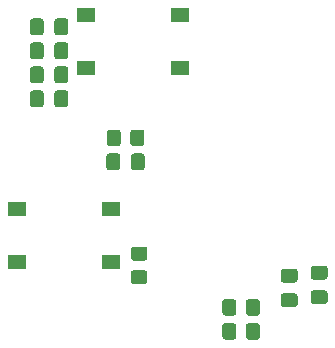
<source format=gbr>
%TF.GenerationSoftware,KiCad,Pcbnew,(5.1.10)-1*%
%TF.CreationDate,2022-01-13T15:18:29+01:00*%
%TF.ProjectId,3DESPWrover,33444553-5057-4726-9f76-65722e6b6963,rev?*%
%TF.SameCoordinates,Original*%
%TF.FileFunction,Paste,Top*%
%TF.FilePolarity,Positive*%
%FSLAX46Y46*%
G04 Gerber Fmt 4.6, Leading zero omitted, Abs format (unit mm)*
G04 Created by KiCad (PCBNEW (5.1.10)-1) date 2022-01-13 15:18:29*
%MOMM*%
%LPD*%
G01*
G04 APERTURE LIST*
%ADD10R,1.550000X1.300000*%
G04 APERTURE END LIST*
%TO.C,C1*%
G36*
G01*
X205460000Y-63025000D02*
X205460000Y-63975000D01*
G75*
G02*
X205210000Y-64225000I-250000J0D01*
G01*
X204535000Y-64225000D01*
G75*
G02*
X204285000Y-63975000I0J250000D01*
G01*
X204285000Y-63025000D01*
G75*
G02*
X204535000Y-62775000I250000J0D01*
G01*
X205210000Y-62775000D01*
G75*
G02*
X205460000Y-63025000I0J-250000D01*
G01*
G37*
G36*
G01*
X203385000Y-63025000D02*
X203385000Y-63975000D01*
G75*
G02*
X203135000Y-64225000I-250000J0D01*
G01*
X202460000Y-64225000D01*
G75*
G02*
X202210000Y-63975000I0J250000D01*
G01*
X202210000Y-63025000D01*
G75*
G02*
X202460000Y-62775000I250000J0D01*
G01*
X203135000Y-62775000D01*
G75*
G02*
X203385000Y-63025000I0J-250000D01*
G01*
G37*
%TD*%
%TO.C,C2*%
G36*
G01*
X205460000Y-65057000D02*
X205460000Y-66007000D01*
G75*
G02*
X205210000Y-66257000I-250000J0D01*
G01*
X204535000Y-66257000D01*
G75*
G02*
X204285000Y-66007000I0J250000D01*
G01*
X204285000Y-65057000D01*
G75*
G02*
X204535000Y-64807000I250000J0D01*
G01*
X205210000Y-64807000D01*
G75*
G02*
X205460000Y-65057000I0J-250000D01*
G01*
G37*
G36*
G01*
X203385000Y-65057000D02*
X203385000Y-66007000D01*
G75*
G02*
X203135000Y-66257000I-250000J0D01*
G01*
X202460000Y-66257000D01*
G75*
G02*
X202210000Y-66007000I0J250000D01*
G01*
X202210000Y-65057000D01*
G75*
G02*
X202460000Y-64807000I250000J0D01*
G01*
X203135000Y-64807000D01*
G75*
G02*
X203385000Y-65057000I0J-250000D01*
G01*
G37*
%TD*%
%TO.C,C3*%
G36*
G01*
X203385000Y-60993000D02*
X203385000Y-61943000D01*
G75*
G02*
X203135000Y-62193000I-250000J0D01*
G01*
X202460000Y-62193000D01*
G75*
G02*
X202210000Y-61943000I0J250000D01*
G01*
X202210000Y-60993000D01*
G75*
G02*
X202460000Y-60743000I250000J0D01*
G01*
X203135000Y-60743000D01*
G75*
G02*
X203385000Y-60993000I0J-250000D01*
G01*
G37*
G36*
G01*
X205460000Y-60993000D02*
X205460000Y-61943000D01*
G75*
G02*
X205210000Y-62193000I-250000J0D01*
G01*
X204535000Y-62193000D01*
G75*
G02*
X204285000Y-61943000I0J250000D01*
G01*
X204285000Y-60993000D01*
G75*
G02*
X204535000Y-60743000I250000J0D01*
G01*
X205210000Y-60743000D01*
G75*
G02*
X205460000Y-60993000I0J-250000D01*
G01*
G37*
%TD*%
%TO.C,C4*%
G36*
G01*
X205460000Y-67089000D02*
X205460000Y-68039000D01*
G75*
G02*
X205210000Y-68289000I-250000J0D01*
G01*
X204535000Y-68289000D01*
G75*
G02*
X204285000Y-68039000I0J250000D01*
G01*
X204285000Y-67089000D01*
G75*
G02*
X204535000Y-66839000I250000J0D01*
G01*
X205210000Y-66839000D01*
G75*
G02*
X205460000Y-67089000I0J-250000D01*
G01*
G37*
G36*
G01*
X203385000Y-67089000D02*
X203385000Y-68039000D01*
G75*
G02*
X203135000Y-68289000I-250000J0D01*
G01*
X202460000Y-68289000D01*
G75*
G02*
X202210000Y-68039000I0J250000D01*
G01*
X202210000Y-67089000D01*
G75*
G02*
X202460000Y-66839000I250000J0D01*
G01*
X203135000Y-66839000D01*
G75*
G02*
X203385000Y-67089000I0J-250000D01*
G01*
G37*
%TD*%
%TO.C,C6*%
G36*
G01*
X224630000Y-83116000D02*
X223680000Y-83116000D01*
G75*
G02*
X223430000Y-82866000I0J250000D01*
G01*
X223430000Y-82191000D01*
G75*
G02*
X223680000Y-81941000I250000J0D01*
G01*
X224630000Y-81941000D01*
G75*
G02*
X224880000Y-82191000I0J-250000D01*
G01*
X224880000Y-82866000D01*
G75*
G02*
X224630000Y-83116000I-250000J0D01*
G01*
G37*
G36*
G01*
X224630000Y-85191000D02*
X223680000Y-85191000D01*
G75*
G02*
X223430000Y-84941000I0J250000D01*
G01*
X223430000Y-84266000D01*
G75*
G02*
X223680000Y-84016000I250000J0D01*
G01*
X224630000Y-84016000D01*
G75*
G02*
X224880000Y-84266000I0J-250000D01*
G01*
X224880000Y-84941000D01*
G75*
G02*
X224630000Y-85191000I-250000J0D01*
G01*
G37*
%TD*%
%TO.C,C8*%
G36*
G01*
X211937000Y-72423000D02*
X211937000Y-73373000D01*
G75*
G02*
X211687000Y-73623000I-250000J0D01*
G01*
X211012000Y-73623000D01*
G75*
G02*
X210762000Y-73373000I0J250000D01*
G01*
X210762000Y-72423000D01*
G75*
G02*
X211012000Y-72173000I250000J0D01*
G01*
X211687000Y-72173000D01*
G75*
G02*
X211937000Y-72423000I0J-250000D01*
G01*
G37*
G36*
G01*
X209862000Y-72423000D02*
X209862000Y-73373000D01*
G75*
G02*
X209612000Y-73623000I-250000J0D01*
G01*
X208937000Y-73623000D01*
G75*
G02*
X208687000Y-73373000I0J250000D01*
G01*
X208687000Y-72423000D01*
G75*
G02*
X208937000Y-72173000I250000J0D01*
G01*
X209612000Y-72173000D01*
G75*
G02*
X209862000Y-72423000I0J-250000D01*
G01*
G37*
%TD*%
%TO.C,C11*%
G36*
G01*
X226220000Y-81687000D02*
X227170000Y-81687000D01*
G75*
G02*
X227420000Y-81937000I0J-250000D01*
G01*
X227420000Y-82612000D01*
G75*
G02*
X227170000Y-82862000I-250000J0D01*
G01*
X226220000Y-82862000D01*
G75*
G02*
X225970000Y-82612000I0J250000D01*
G01*
X225970000Y-81937000D01*
G75*
G02*
X226220000Y-81687000I250000J0D01*
G01*
G37*
G36*
G01*
X226220000Y-83762000D02*
X227170000Y-83762000D01*
G75*
G02*
X227420000Y-84012000I0J-250000D01*
G01*
X227420000Y-84687000D01*
G75*
G02*
X227170000Y-84937000I-250000J0D01*
G01*
X226220000Y-84937000D01*
G75*
G02*
X225970000Y-84687000I0J250000D01*
G01*
X225970000Y-84012000D01*
G75*
G02*
X226220000Y-83762000I250000J0D01*
G01*
G37*
%TD*%
%TO.C,R1*%
G36*
G01*
X220491000Y-85667001D02*
X220491000Y-84766999D01*
G75*
G02*
X220740999Y-84517000I249999J0D01*
G01*
X221441001Y-84517000D01*
G75*
G02*
X221691000Y-84766999I0J-249999D01*
G01*
X221691000Y-85667001D01*
G75*
G02*
X221441001Y-85917000I-249999J0D01*
G01*
X220740999Y-85917000D01*
G75*
G02*
X220491000Y-85667001I0J249999D01*
G01*
G37*
G36*
G01*
X218491000Y-85667001D02*
X218491000Y-84766999D01*
G75*
G02*
X218740999Y-84517000I249999J0D01*
G01*
X219441001Y-84517000D01*
G75*
G02*
X219691000Y-84766999I0J-249999D01*
G01*
X219691000Y-85667001D01*
G75*
G02*
X219441001Y-85917000I-249999J0D01*
G01*
X218740999Y-85917000D01*
G75*
G02*
X218491000Y-85667001I0J249999D01*
G01*
G37*
%TD*%
%TO.C,R2*%
G36*
G01*
X218491000Y-87699001D02*
X218491000Y-86798999D01*
G75*
G02*
X218740999Y-86549000I249999J0D01*
G01*
X219441001Y-86549000D01*
G75*
G02*
X219691000Y-86798999I0J-249999D01*
G01*
X219691000Y-87699001D01*
G75*
G02*
X219441001Y-87949000I-249999J0D01*
G01*
X218740999Y-87949000D01*
G75*
G02*
X218491000Y-87699001I0J249999D01*
G01*
G37*
G36*
G01*
X220491000Y-87699001D02*
X220491000Y-86798999D01*
G75*
G02*
X220740999Y-86549000I249999J0D01*
G01*
X221441001Y-86549000D01*
G75*
G02*
X221691000Y-86798999I0J-249999D01*
G01*
X221691000Y-87699001D01*
G75*
G02*
X221441001Y-87949000I-249999J0D01*
G01*
X220740999Y-87949000D01*
G75*
G02*
X220491000Y-87699001I0J249999D01*
G01*
G37*
%TD*%
%TO.C,R3*%
G36*
G01*
X211912000Y-70415999D02*
X211912000Y-71316001D01*
G75*
G02*
X211662001Y-71566000I-249999J0D01*
G01*
X210961999Y-71566000D01*
G75*
G02*
X210712000Y-71316001I0J249999D01*
G01*
X210712000Y-70415999D01*
G75*
G02*
X210961999Y-70166000I249999J0D01*
G01*
X211662001Y-70166000D01*
G75*
G02*
X211912000Y-70415999I0J-249999D01*
G01*
G37*
G36*
G01*
X209912000Y-70415999D02*
X209912000Y-71316001D01*
G75*
G02*
X209662001Y-71566000I-249999J0D01*
G01*
X208961999Y-71566000D01*
G75*
G02*
X208712000Y-71316001I0J249999D01*
G01*
X208712000Y-70415999D01*
G75*
G02*
X208961999Y-70166000I249999J0D01*
G01*
X209662001Y-70166000D01*
G75*
G02*
X209912000Y-70415999I0J-249999D01*
G01*
G37*
%TD*%
D10*
%TO.C,SW1*%
X214922000Y-64988000D03*
X206972000Y-64988000D03*
X214922000Y-60488000D03*
X206972000Y-60488000D03*
%TD*%
%TO.C,SW2*%
X201130000Y-76871000D03*
X209080000Y-76871000D03*
X201130000Y-81371000D03*
X209080000Y-81371000D03*
%TD*%
%TO.C,R4*%
G36*
G01*
X211004999Y-80061000D02*
X211905001Y-80061000D01*
G75*
G02*
X212155000Y-80310999I0J-249999D01*
G01*
X212155000Y-81011001D01*
G75*
G02*
X211905001Y-81261000I-249999J0D01*
G01*
X211004999Y-81261000D01*
G75*
G02*
X210755000Y-81011001I0J249999D01*
G01*
X210755000Y-80310999D01*
G75*
G02*
X211004999Y-80061000I249999J0D01*
G01*
G37*
G36*
G01*
X211004999Y-82061000D02*
X211905001Y-82061000D01*
G75*
G02*
X212155000Y-82310999I0J-249999D01*
G01*
X212155000Y-83011001D01*
G75*
G02*
X211905001Y-83261000I-249999J0D01*
G01*
X211004999Y-83261000D01*
G75*
G02*
X210755000Y-83011001I0J249999D01*
G01*
X210755000Y-82310999D01*
G75*
G02*
X211004999Y-82061000I249999J0D01*
G01*
G37*
%TD*%
M02*

</source>
